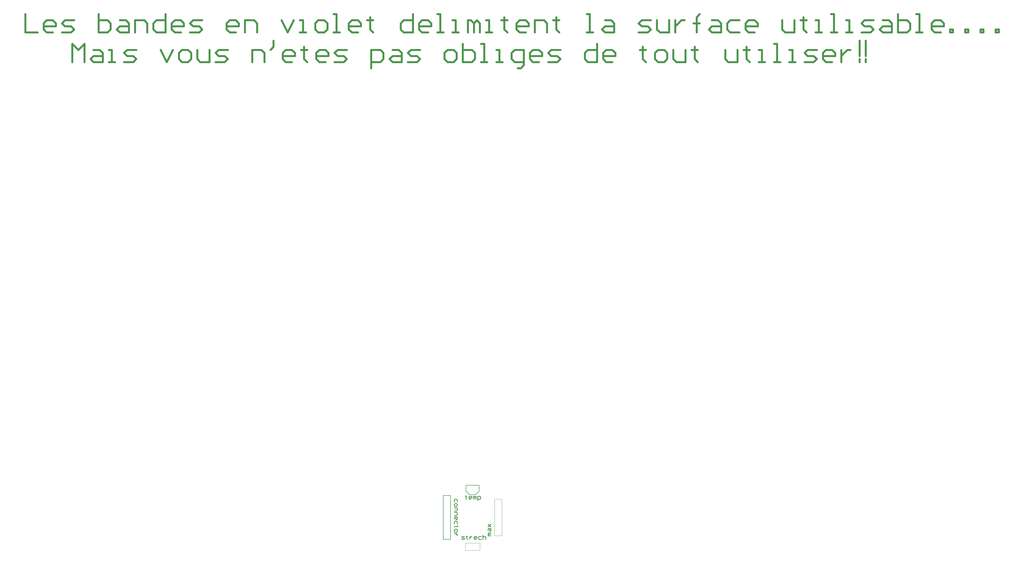
<source format=gto>
G04 Layer_Color=65535*
%FSLAX24Y24*%
%MOIN*%
G70*
G01*
G75*
%ADD18C,0.0039*%
%ADD19C,0.0080*%
%ADD20C,0.0079*%
%ADD21C,0.0100*%
%ADD22C,0.0250*%
G54D18*
X7000Y2000D02*
Y7000D01*
Y2000D02*
X8000D01*
Y7000D01*
X7000D02*
X8000D01*
X3000Y0D02*
Y1000D01*
X5000D01*
Y0D02*
Y1000D01*
X3000Y0D02*
X5000D01*
G54D19*
X3100Y8900D02*
X4900D01*
Y8100D02*
Y8900D01*
X4400Y7600D02*
X4900Y8100D01*
X3600Y7600D02*
X4400D01*
X3100Y8100D02*
X3600Y7600D01*
X3100Y8100D02*
Y8900D01*
G54D20*
X-0Y7500D02*
X1000D01*
X-0Y1500D02*
X1000D01*
X-0D02*
Y7500D01*
X1000Y1500D02*
Y7500D01*
G54D21*
X3100Y7500D02*
Y7400D01*
X3000D01*
X3200D01*
X3100D01*
Y7100D01*
X3200Y7000D01*
X3800D02*
X3600D01*
X3500Y7100D01*
Y7300D01*
X3600Y7400D01*
X3800D01*
X3900Y7300D01*
Y7200D01*
X3500D01*
X4100Y7000D02*
Y7400D01*
X4200D01*
X4300Y7300D01*
Y7000D01*
Y7300D01*
X4400Y7400D01*
X4500Y7300D01*
Y7000D01*
X4699Y6800D02*
Y7400D01*
X4999D01*
X5099Y7300D01*
Y7100D01*
X4999Y7000D01*
X4699D01*
X2500Y1500D02*
X2800D01*
X2900Y1600D01*
X2800Y1700D01*
X2600D01*
X2500Y1800D01*
X2600Y1900D01*
X2900D01*
X3200Y2000D02*
Y1900D01*
X3100D01*
X3300D01*
X3200D01*
Y1600D01*
X3300Y1500D01*
X3600Y1900D02*
Y1500D01*
Y1700D01*
X3700Y1800D01*
X3800Y1900D01*
X3900D01*
X4499Y1500D02*
X4299D01*
X4199Y1600D01*
Y1800D01*
X4299Y1900D01*
X4499D01*
X4599Y1800D01*
Y1700D01*
X4199D01*
X5199Y1900D02*
X4899D01*
X4799Y1800D01*
Y1600D01*
X4899Y1500D01*
X5199D01*
X5399Y2100D02*
Y1500D01*
Y1800D01*
X5499Y1900D01*
X5699D01*
X5799Y1800D01*
Y1500D01*
X1900Y6600D02*
Y6900D01*
X1800Y7000D01*
X1600D01*
X1500Y6900D01*
Y6600D01*
Y6300D02*
Y6100D01*
X1600Y6000D01*
X1800D01*
X1900Y6100D01*
Y6300D01*
X1800Y6400D01*
X1600D01*
X1500Y6300D01*
Y5800D02*
X1900D01*
Y5500D01*
X1800Y5401D01*
X1500D01*
Y5201D02*
X1900D01*
Y4901D01*
X1800Y4801D01*
X1500D01*
Y4301D02*
Y4501D01*
X1600Y4601D01*
X1800D01*
X1900Y4501D01*
Y4301D01*
X1800Y4201D01*
X1700D01*
Y4601D01*
X1900Y3601D02*
Y3901D01*
X1800Y4001D01*
X1600D01*
X1500Y3901D01*
Y3601D01*
X2000Y3301D02*
X1900D01*
Y3401D01*
Y3201D01*
Y3301D01*
X1600D01*
X1500Y3201D01*
Y2801D02*
Y2601D01*
X1600Y2501D01*
X1800D01*
X1900Y2601D01*
Y2801D01*
X1800Y2901D01*
X1600D01*
X1500Y2801D01*
X1900Y2302D02*
X1500D01*
X1700D01*
X1800Y2202D01*
X1900Y2102D01*
Y2002D01*
X6500Y2000D02*
X6100D01*
Y2100D01*
X6200Y2200D01*
X6500D01*
X6200D01*
X6100Y2300D01*
X6200Y2400D01*
X6500D01*
X6100Y2700D02*
Y2900D01*
X6200Y3000D01*
X6500D01*
Y2700D01*
X6400Y2600D01*
X6300Y2700D01*
Y3000D01*
X6100Y3200D02*
X6500Y3599D01*
X6300Y3400D01*
X6100Y3599D01*
X6500Y3200D01*
G54D22*
X-50650Y66750D02*
Y69249D01*
X-49817Y68416D01*
X-48984Y69249D01*
Y66750D01*
X-47734Y68416D02*
X-46901D01*
X-46485Y68000D01*
Y66750D01*
X-47734D01*
X-48151Y67167D01*
X-47734Y67583D01*
X-46485D01*
X-45652Y66750D02*
X-44819D01*
X-45235D01*
Y68416D01*
X-45652D01*
X-43569Y66750D02*
X-42319D01*
X-41903Y67167D01*
X-42319Y67583D01*
X-43152D01*
X-43569Y68000D01*
X-43152Y68416D01*
X-41903D01*
X-38571D02*
X-37738Y66750D01*
X-36904Y68416D01*
X-35655Y66750D02*
X-34822D01*
X-34405Y67167D01*
Y68000D01*
X-34822Y68416D01*
X-35655D01*
X-36071Y68000D01*
Y67167D01*
X-35655Y66750D01*
X-33572Y68416D02*
Y67167D01*
X-33156Y66750D01*
X-31906D01*
Y68416D01*
X-31073Y66750D02*
X-29823D01*
X-29407Y67167D01*
X-29823Y67583D01*
X-30656D01*
X-31073Y68000D01*
X-30656Y68416D01*
X-29407D01*
X-26075Y66750D02*
Y68416D01*
X-24825D01*
X-24408Y68000D01*
Y66750D01*
X-23159Y69666D02*
Y68833D01*
X-23575Y68416D01*
X-20660Y66750D02*
X-21493D01*
X-21909Y67167D01*
Y68000D01*
X-21493Y68416D01*
X-20660D01*
X-20243Y68000D01*
Y67583D01*
X-21909D01*
X-18994Y68833D02*
Y68416D01*
X-19410D01*
X-18577D01*
X-18994D01*
Y67167D01*
X-18577Y66750D01*
X-16078D02*
X-16911D01*
X-17327Y67167D01*
Y68000D01*
X-16911Y68416D01*
X-16078D01*
X-15661Y68000D01*
Y67583D01*
X-17327D01*
X-14828Y66750D02*
X-13579D01*
X-13162Y67167D01*
X-13579Y67583D01*
X-14412D01*
X-14828Y68000D01*
X-14412Y68416D01*
X-13162D01*
X-9830Y65917D02*
Y68416D01*
X-8580D01*
X-8164Y68000D01*
Y67167D01*
X-8580Y66750D01*
X-9830D01*
X-6914Y68416D02*
X-6081D01*
X-5665Y68000D01*
Y66750D01*
X-6914D01*
X-7331Y67167D01*
X-6914Y67583D01*
X-5665D01*
X-4831Y66750D02*
X-3582D01*
X-3165Y67167D01*
X-3582Y67583D01*
X-4415D01*
X-4831Y68000D01*
X-4415Y68416D01*
X-3165D01*
X583Y66750D02*
X1417D01*
X1833Y67167D01*
Y68000D01*
X1417Y68416D01*
X583D01*
X167Y68000D01*
Y67167D01*
X583Y66750D01*
X2666Y69249D02*
Y66750D01*
X3916D01*
X4332Y67167D01*
Y67583D01*
Y68000D01*
X3916Y68416D01*
X2666D01*
X5165Y66750D02*
X5998D01*
X5582D01*
Y69249D01*
X5165D01*
X7248Y66750D02*
X8081D01*
X7664D01*
Y68416D01*
X7248D01*
X10164Y65917D02*
X10580D01*
X10997Y66333D01*
Y68416D01*
X9747D01*
X9331Y68000D01*
Y67167D01*
X9747Y66750D01*
X10997D01*
X13079D02*
X12246D01*
X11830Y67167D01*
Y68000D01*
X12246Y68416D01*
X13079D01*
X13496Y68000D01*
Y67583D01*
X11830D01*
X14329Y66750D02*
X15579D01*
X15995Y67167D01*
X15579Y67583D01*
X14746D01*
X14329Y68000D01*
X14746Y68416D01*
X15995D01*
X20993Y69249D02*
Y66750D01*
X19744D01*
X19327Y67167D01*
Y68000D01*
X19744Y68416D01*
X20993D01*
X23076Y66750D02*
X22243D01*
X21827Y67167D01*
Y68000D01*
X22243Y68416D01*
X23076D01*
X23493Y68000D01*
Y67583D01*
X21827D01*
X27241Y68833D02*
Y68416D01*
X26825D01*
X27658D01*
X27241D01*
Y67167D01*
X27658Y66750D01*
X29324D02*
X30157D01*
X30574Y67167D01*
Y68000D01*
X30157Y68416D01*
X29324D01*
X28908Y68000D01*
Y67167D01*
X29324Y66750D01*
X31407Y68416D02*
Y67167D01*
X31823Y66750D01*
X33073D01*
Y68416D01*
X34323Y68833D02*
Y68416D01*
X33906D01*
X34739D01*
X34323D01*
Y67167D01*
X34739Y66750D01*
X38488Y68416D02*
Y67167D01*
X38904Y66750D01*
X40154D01*
Y68416D01*
X41404Y68833D02*
Y68416D01*
X40987D01*
X41820D01*
X41404D01*
Y67167D01*
X41820Y66750D01*
X43070D02*
X43903D01*
X43486D01*
Y68416D01*
X43070D01*
X45152Y66750D02*
X45985D01*
X45569D01*
Y69249D01*
X45152D01*
X47235Y66750D02*
X48068D01*
X47652D01*
Y68416D01*
X47235D01*
X49318Y66750D02*
X50567D01*
X50984Y67167D01*
X50567Y67583D01*
X49734D01*
X49318Y68000D01*
X49734Y68416D01*
X50984D01*
X53066Y66750D02*
X52233D01*
X51817Y67167D01*
Y68000D01*
X52233Y68416D01*
X53066D01*
X53483Y68000D01*
Y67583D01*
X51817D01*
X54316Y68416D02*
Y66750D01*
Y67583D01*
X54733Y68000D01*
X55149Y68416D01*
X55566D01*
X56815Y67583D02*
Y69666D01*
Y67167D02*
Y66750D01*
X57648Y67583D02*
Y69666D01*
Y67167D02*
Y66750D01*
X-57050Y73299D02*
Y70800D01*
X-55384D01*
X-53301D02*
X-54134D01*
X-54551Y71217D01*
Y72050D01*
X-54134Y72466D01*
X-53301D01*
X-52885Y72050D01*
Y71633D01*
X-54551D01*
X-52052Y70800D02*
X-50802D01*
X-50385Y71217D01*
X-50802Y71633D01*
X-51635D01*
X-52052Y72050D01*
X-51635Y72466D01*
X-50385D01*
X-47053Y73299D02*
Y70800D01*
X-45804D01*
X-45387Y71217D01*
Y71633D01*
Y72050D01*
X-45804Y72466D01*
X-47053D01*
X-44138D02*
X-43304D01*
X-42888Y72050D01*
Y70800D01*
X-44138D01*
X-44554Y71217D01*
X-44138Y71633D01*
X-42888D01*
X-42055Y70800D02*
Y72466D01*
X-40805D01*
X-40389Y72050D01*
Y70800D01*
X-37890Y73299D02*
Y70800D01*
X-39139D01*
X-39556Y71217D01*
Y72050D01*
X-39139Y72466D01*
X-37890D01*
X-35807Y70800D02*
X-36640D01*
X-37056Y71217D01*
Y72050D01*
X-36640Y72466D01*
X-35807D01*
X-35390Y72050D01*
Y71633D01*
X-37056D01*
X-34557Y70800D02*
X-33308D01*
X-32891Y71217D01*
X-33308Y71633D01*
X-34141D01*
X-34557Y72050D01*
X-34141Y72466D01*
X-32891D01*
X-28309Y70800D02*
X-29142D01*
X-29559Y71217D01*
Y72050D01*
X-29142Y72466D01*
X-28309D01*
X-27893Y72050D01*
Y71633D01*
X-29559D01*
X-27060Y70800D02*
Y72466D01*
X-25810D01*
X-25394Y72050D01*
Y70800D01*
X-22061Y72466D02*
X-21228Y70800D01*
X-20395Y72466D01*
X-19562Y70800D02*
X-18729D01*
X-19146D01*
Y72466D01*
X-19562D01*
X-17063Y70800D02*
X-16230D01*
X-15813Y71217D01*
Y72050D01*
X-16230Y72466D01*
X-17063D01*
X-17479Y72050D01*
Y71217D01*
X-17063Y70800D01*
X-14980D02*
X-14147D01*
X-14564D01*
Y73299D01*
X-14980D01*
X-11648Y70800D02*
X-12481D01*
X-12898Y71217D01*
Y72050D01*
X-12481Y72466D01*
X-11648D01*
X-11231Y72050D01*
Y71633D01*
X-12898D01*
X-9982Y72883D02*
Y72466D01*
X-10398D01*
X-9565D01*
X-9982D01*
Y71217D01*
X-9565Y70800D01*
X-4150Y73299D02*
Y70800D01*
X-5400D01*
X-5817Y71217D01*
Y72050D01*
X-5400Y72466D01*
X-4150D01*
X-2068Y70800D02*
X-2901D01*
X-3317Y71217D01*
Y72050D01*
X-2901Y72466D01*
X-2068D01*
X-1651Y72050D01*
Y71633D01*
X-3317D01*
X-818Y70800D02*
X15D01*
X-402D01*
Y73299D01*
X-818D01*
X1264Y70800D02*
X2098D01*
X1681D01*
Y72466D01*
X1264D01*
X3347Y70800D02*
Y72466D01*
X3764D01*
X4180Y72050D01*
Y70800D01*
Y72050D01*
X4597Y72466D01*
X5013Y72050D01*
Y70800D01*
X5846D02*
X6679D01*
X6263D01*
Y72466D01*
X5846D01*
X8346Y72883D02*
Y72466D01*
X7929D01*
X8762D01*
X8346D01*
Y71217D01*
X8762Y70800D01*
X11261D02*
X10428D01*
X10012Y71217D01*
Y72050D01*
X10428Y72466D01*
X11261D01*
X11678Y72050D01*
Y71633D01*
X10012D01*
X12511Y70800D02*
Y72466D01*
X13760D01*
X14177Y72050D01*
Y70800D01*
X15427Y72883D02*
Y72466D01*
X15010D01*
X15843D01*
X15427D01*
Y71217D01*
X15843Y70800D01*
X19592D02*
X20425D01*
X20008D01*
Y73299D01*
X19592D01*
X22091Y72466D02*
X22924D01*
X23341Y72050D01*
Y70800D01*
X22091D01*
X21675Y71217D01*
X22091Y71633D01*
X23341D01*
X26673Y70800D02*
X27923D01*
X28339Y71217D01*
X27923Y71633D01*
X27089D01*
X26673Y72050D01*
X27089Y72466D01*
X28339D01*
X29172D02*
Y71217D01*
X29589Y70800D01*
X30838D01*
Y72466D01*
X31671D02*
Y70800D01*
Y71633D01*
X32088Y72050D01*
X32504Y72466D01*
X32921D01*
X34587Y70800D02*
Y72883D01*
Y72050D01*
X34171D01*
X35004D01*
X34587D01*
Y72883D01*
X35004Y73299D01*
X36670Y72466D02*
X37503D01*
X37919Y72050D01*
Y70800D01*
X36670D01*
X36253Y71217D01*
X36670Y71633D01*
X37919D01*
X40418Y72466D02*
X39169D01*
X38752Y72050D01*
Y71217D01*
X39169Y70800D01*
X40418D01*
X42501D02*
X41668D01*
X41252Y71217D01*
Y72050D01*
X41668Y72466D01*
X42501D01*
X42918Y72050D01*
Y71633D01*
X41252D01*
X46250Y72466D02*
Y71217D01*
X46666Y70800D01*
X47916D01*
Y72466D01*
X49166Y72883D02*
Y72466D01*
X48749D01*
X49582D01*
X49166D01*
Y71217D01*
X49582Y70800D01*
X50832D02*
X51665D01*
X51248D01*
Y72466D01*
X50832D01*
X52914Y70800D02*
X53748D01*
X53331D01*
Y73299D01*
X52914D01*
X54997Y70800D02*
X55830D01*
X55414D01*
Y72466D01*
X54997D01*
X57080Y70800D02*
X58329D01*
X58746Y71217D01*
X58329Y71633D01*
X57496D01*
X57080Y72050D01*
X57496Y72466D01*
X58746D01*
X59995D02*
X60829D01*
X61245Y72050D01*
Y70800D01*
X59995D01*
X59579Y71217D01*
X59995Y71633D01*
X61245D01*
X62078Y73299D02*
Y70800D01*
X63328D01*
X63744Y71217D01*
Y71633D01*
Y72050D01*
X63328Y72466D01*
X62078D01*
X64577Y70800D02*
X65410D01*
X64994D01*
Y73299D01*
X64577D01*
X67910Y70800D02*
X67077D01*
X66660Y71217D01*
Y72050D01*
X67077Y72466D01*
X67910D01*
X68326Y72050D01*
Y71633D01*
X66660D01*
X69159Y70800D02*
Y71217D01*
X69576D01*
Y70800D01*
X69159D01*
X71242D02*
Y71217D01*
X71658D01*
Y70800D01*
X71242D01*
X73325D02*
Y71217D01*
X73741D01*
Y70800D01*
X73325D01*
X75407D02*
Y71217D01*
X75824D01*
Y70800D01*
X75407D01*
M02*

</source>
